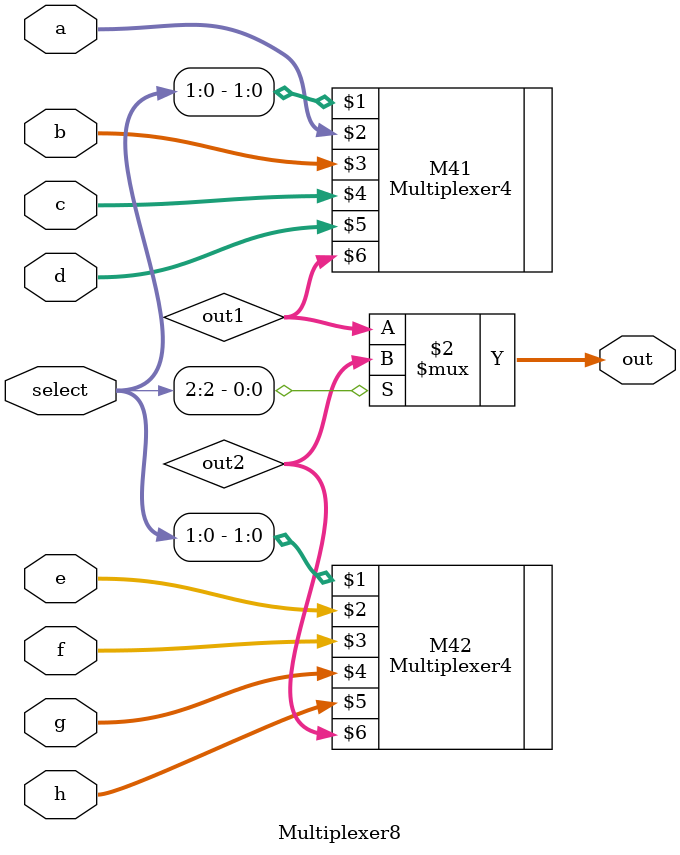
<source format=v>
module Multiplexer8 #(
    parameter DATA_W = 64
) (
    input [2:0] select,
    input [DATA_W-1:0] a,
    input [DATA_W-1:0] b,
    input [DATA_W-1:0] c,
    input [DATA_W-1:0] d,
    input [DATA_W-1:0] e,
    input [DATA_W-1:0] f,
    input [DATA_W-1:0] g,
    input [DATA_W-1:0] h,
    output [DATA_W-1:0] out
);

wire [DATA_W-1:0] out1;
wire [DATA_W-1:0] out2;

Multiplexer4 M41 (select[1:0], a, b, c, d, out1);
Multiplexer4 M42 (select[1:0], e, f, g, h, out2);

assign out = (select[2] == 0) ? out1 : out2;
    
endmodule
</source>
